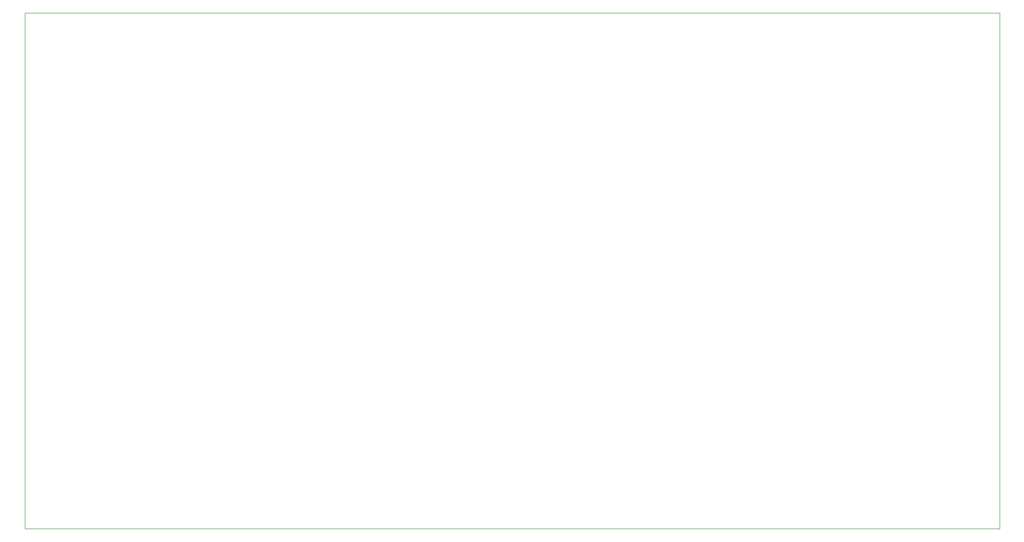
<source format=gbr>
%TF.GenerationSoftware,KiCad,Pcbnew,8.0.6*%
%TF.CreationDate,2025-04-01T16:25:00-06:00*%
%TF.ProjectId,SRX160,53525831-3630-42e6-9b69-6361645f7063,rev?*%
%TF.SameCoordinates,Original*%
%TF.FileFunction,Profile,NP*%
%FSLAX46Y46*%
G04 Gerber Fmt 4.6, Leading zero omitted, Abs format (unit mm)*
G04 Created by KiCad (PCBNEW 8.0.6) date 2025-04-01 16:25:00*
%MOMM*%
%LPD*%
G01*
G04 APERTURE LIST*
%TA.AperFunction,Profile*%
%ADD10C,0.100000*%
%TD*%
G04 APERTURE END LIST*
D10*
X33020000Y-33020000D02*
X205740000Y-33020000D01*
X33020000Y-124460000D02*
X33020000Y-33020000D01*
X205740000Y-124460000D02*
X33020000Y-124460000D01*
X205740000Y-124460000D02*
X205740000Y-33020000D01*
M02*

</source>
